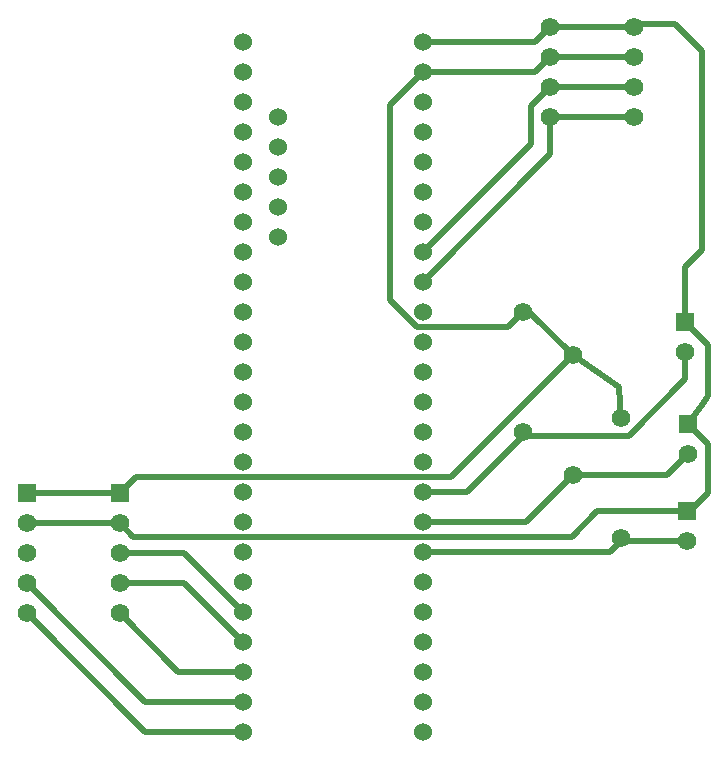
<source format=gbl>
G04 Layer: BottomLayer*
G04 EasyEDA v6.5.42, 2024-05-16 00:57:31*
G04 d9f469ff45594f39a9365f2809714314,1c3c6ee5999b4fae9b5d841b4a43d368,10*
G04 Gerber Generator version 0.2*
G04 Scale: 100 percent, Rotated: No, Reflected: No *
G04 Dimensions in millimeters *
G04 leading zeros omitted , absolute positions ,4 integer and 5 decimal *
%FSLAX45Y45*%
%MOMM*%

%ADD10C,0.5000*%
%ADD11C,1.5750*%
%ADD12C,1.5748*%
%ADD13R,1.5748X1.5748*%
%ADD14R,1.5750X1.5750*%
%ADD15C,1.5240*%

%LPD*%
D10*
X-2120900Y-2921000D02*
G01*
X-2946400Y-2921000D01*
X-3949700Y-1917700D01*
X-2120900Y-2667000D02*
G01*
X-2946400Y-2667000D01*
X-3949700Y-1663700D01*
X-596900Y2921000D02*
G01*
X355600Y2921000D01*
X482600Y3048000D01*
X-596900Y2667000D02*
G01*
X355600Y2667000D01*
X482600Y2794000D01*
X1193800Y2794000D02*
G01*
X482600Y2794000D01*
X-2120900Y-2413000D02*
G01*
X-2667000Y-2413000D01*
X-3162300Y-1917700D01*
X1193800Y2540000D02*
G01*
X482600Y2540000D01*
X-596900Y889000D02*
G01*
X482600Y1968500D01*
X482600Y2286000D01*
X1193800Y2286000D02*
G01*
X482600Y2286000D01*
X254000Y-414324D02*
G01*
X1147546Y-414324D01*
X1625600Y63723D01*
X1625600Y292100D01*
X-596900Y-889000D02*
G01*
X-220675Y-889000D01*
X254000Y-414324D01*
X254000Y-414324D02*
G01*
X254000Y-381000D01*
X-596900Y-1143000D02*
G01*
X279400Y-1143000D01*
X673100Y-749300D01*
X673100Y-749300D02*
G01*
X1473200Y-749300D01*
X1651000Y-571500D01*
X1079500Y-1308100D02*
G01*
X1638300Y-1308100D01*
X-596900Y-1397000D02*
G01*
X990600Y-1397000D01*
X1079500Y-1308100D01*
X1079500Y-1308100D02*
G01*
X1079500Y-1282700D01*
X-3162300Y-1155700D02*
G01*
X-3048000Y-1270000D01*
X664436Y-1270000D01*
X880336Y-1054100D01*
X1638300Y-1054100D01*
X482600Y3048000D02*
G01*
X1193800Y3048000D01*
X-596900Y1143000D02*
G01*
X317500Y2057400D01*
X317500Y2374900D01*
X482600Y2540000D01*
X-3949700Y-901700D02*
G01*
X-3162300Y-901700D01*
X-3949700Y-1155700D02*
G01*
X-3162300Y-1155700D01*
X-2120900Y-1905000D02*
G01*
X-2616200Y-1409700D01*
X-3162300Y-1409700D01*
X-2120900Y-2159000D02*
G01*
X-2616200Y-1663700D01*
X-3162300Y-1663700D01*
X1651000Y-317500D02*
G01*
X1816100Y-482600D01*
X1816100Y-901700D01*
X1663700Y-1054100D01*
X1638300Y-1054100D01*
X1079500Y-266700D02*
G01*
X1066800Y0D01*
X673100Y266700D01*
X1625600Y546100D02*
G01*
X1816100Y355600D01*
X1816100Y-76200D01*
X1765300Y-152400D01*
X1651000Y-317500D01*
X673100Y266700D02*
G01*
X304800Y635000D01*
X254000Y635000D01*
X1625600Y546100D02*
G01*
X1625600Y1016000D01*
X1765300Y1155700D01*
X1765300Y2844800D01*
X1536700Y3073400D01*
X1219200Y3073400D01*
X1193800Y3048000D01*
X673100Y266700D02*
G01*
X-355600Y-762000D01*
X-3022600Y-762000D01*
X-3162300Y-901700D01*
X-596900Y2667000D02*
G01*
X-876300Y2387600D01*
X-876300Y736600D01*
X-647700Y508000D01*
X127000Y508000D01*
X254000Y635000D01*
D11*
G01*
X482600Y3048000D03*
G01*
X482600Y2794000D03*
G01*
X482600Y2540000D03*
G01*
X482600Y2286000D03*
G01*
X1193800Y3048000D03*
G01*
X1193800Y2794000D03*
G01*
X1193800Y2540000D03*
G01*
X1193800Y2286000D03*
D12*
G01*
X-3949700Y-1917700D03*
G01*
X-3949700Y-1663700D03*
G01*
X-3949700Y-1409700D03*
G01*
X-3949700Y-1155700D03*
D13*
G01*
X-3949700Y-901700D03*
D12*
G01*
X-3162300Y-1917700D03*
G01*
X-3162300Y-1663700D03*
G01*
X-3162300Y-1409700D03*
G01*
X-3162300Y-1155700D03*
D13*
G01*
X-3162300Y-901700D03*
D14*
G01*
X1625600Y546100D03*
D11*
G01*
X1625600Y292100D03*
D14*
G01*
X1651000Y-317500D03*
D11*
G01*
X1651000Y-571500D03*
D14*
G01*
X1638300Y-1054100D03*
D11*
G01*
X1638300Y-1308100D03*
G01*
X254000Y-381000D03*
G01*
X254000Y635000D03*
G01*
X673100Y-749300D03*
G01*
X673100Y266700D03*
G01*
X1079500Y-1282700D03*
G01*
X1079500Y-266700D03*
D15*
G01*
X-2120900Y-2921000D03*
G01*
X-2120900Y-2413000D03*
G01*
X-2120900Y-2159000D03*
G01*
X-2120900Y-2667000D03*
G01*
X-2120900Y-1905000D03*
G01*
X-596900Y-2667000D03*
G01*
X-596900Y-2921000D03*
G01*
X-2120900Y-1651000D03*
G01*
X-596900Y-1651000D03*
G01*
X-596900Y-1905000D03*
G01*
X-596900Y-2159000D03*
G01*
X-596900Y-2413000D03*
G01*
X-2120900Y-1397000D03*
G01*
X-2120900Y-889000D03*
G01*
X-2120900Y-635000D03*
G01*
X-2120900Y-381000D03*
G01*
X-2120900Y-127000D03*
G01*
X-2120900Y127000D03*
G01*
X-2120900Y381000D03*
G01*
X-2120900Y635000D03*
G01*
X-2120900Y889000D03*
G01*
X-2120900Y1143000D03*
G01*
X-2120900Y1397000D03*
G01*
X-2120900Y1651000D03*
G01*
X-2120900Y1905000D03*
G01*
X-2120900Y2159000D03*
G01*
X-2120900Y2413000D03*
G01*
X-2120900Y2667000D03*
G01*
X-2120900Y2921000D03*
G01*
X-596900Y2921000D03*
G01*
X-596900Y2667000D03*
G01*
X-596900Y2413000D03*
G01*
X-596900Y2159000D03*
G01*
X-596900Y1905000D03*
G01*
X-596900Y1651000D03*
G01*
X-596900Y1397000D03*
G01*
X-596900Y1143000D03*
G01*
X-596900Y889000D03*
G01*
X-596900Y635000D03*
G01*
X-596900Y381000D03*
G01*
X-596900Y127000D03*
G01*
X-596900Y-127000D03*
G01*
X-596900Y-381000D03*
G01*
X-596900Y-635000D03*
G01*
X-596900Y-889000D03*
G01*
X-596900Y-1397000D03*
G01*
X-596900Y-1143000D03*
G01*
X-2120900Y-1143000D03*
G01*
X-1820900Y2286000D03*
G01*
X-1820900Y2032000D03*
G01*
X-1820900Y1778000D03*
G01*
X-1820900Y1524000D03*
G01*
X-1820900Y1270000D03*
M02*

</source>
